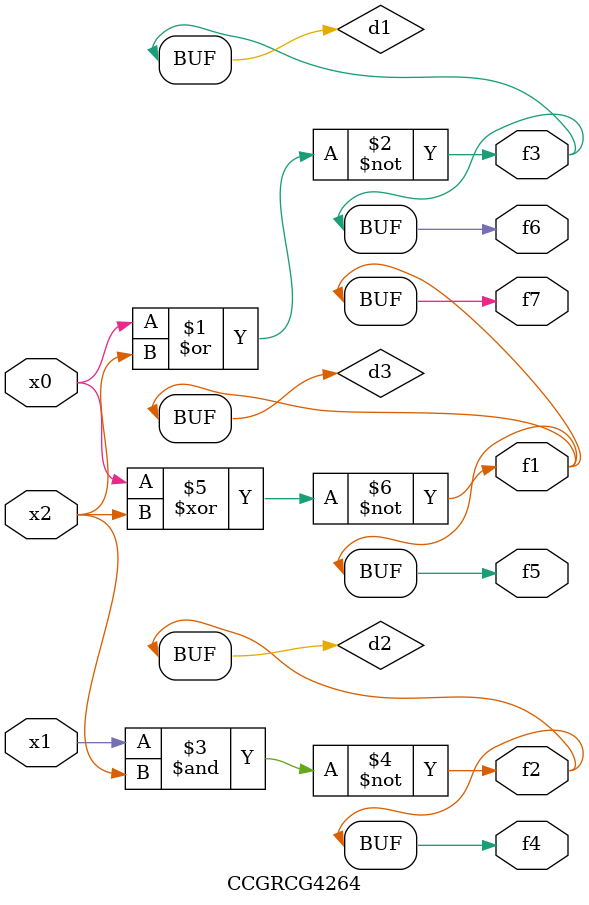
<source format=v>
module CCGRCG4264(
	input x0, x1, x2,
	output f1, f2, f3, f4, f5, f6, f7
);

	wire d1, d2, d3;

	nor (d1, x0, x2);
	nand (d2, x1, x2);
	xnor (d3, x0, x2);
	assign f1 = d3;
	assign f2 = d2;
	assign f3 = d1;
	assign f4 = d2;
	assign f5 = d3;
	assign f6 = d1;
	assign f7 = d3;
endmodule

</source>
